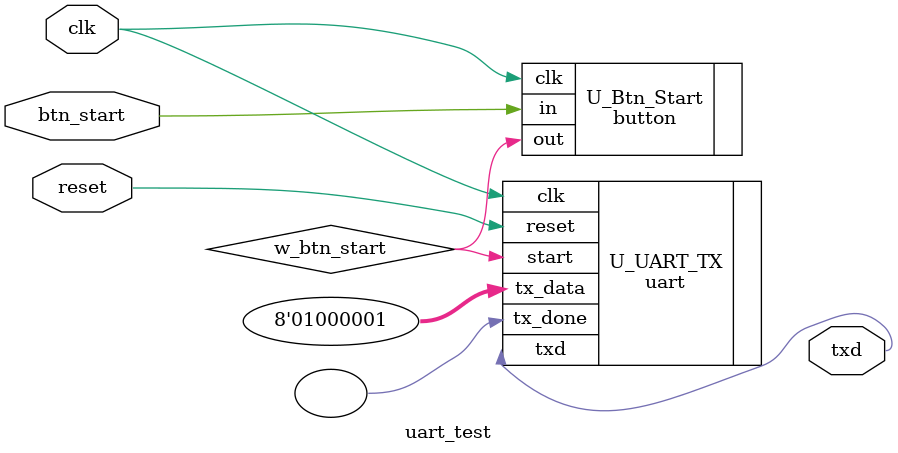
<source format=v>
`timescale 1ns / 1ps

module uart_test (
input clk,
input reset,
input btn_start,
output txd
);
wire w_btn_start;

button U_Btn_Start(
    .clk(clk),
    .in(btn_start),
    .out(w_btn_start)
);

    uart U_UART_TX (
        .clk(clk),
        .reset(reset),
        .start(w_btn_start),
        .tx_data(8'h41),    // 'A'
        .tx_done(),
        .txd(txd)
    );
endmodule

</source>
